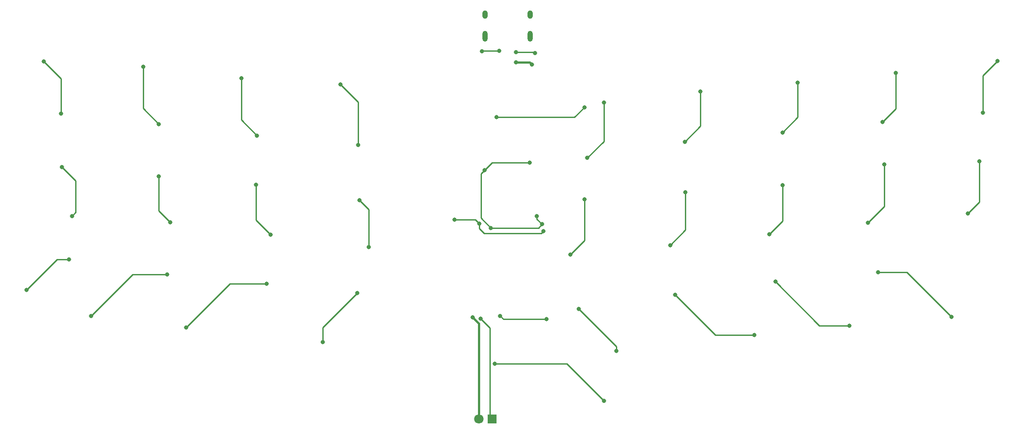
<source format=gbr>
%TF.GenerationSoftware,KiCad,Pcbnew,9.0.2*%
%TF.CreationDate,2025-09-05T14:25:20+08:00*%
%TF.ProjectId,LittleWing,4c697474-6c65-4576-996e-672e6b696361,rev?*%
%TF.SameCoordinates,Original*%
%TF.FileFunction,Copper,L1,Top*%
%TF.FilePolarity,Positive*%
%FSLAX46Y46*%
G04 Gerber Fmt 4.6, Leading zero omitted, Abs format (unit mm)*
G04 Created by KiCad (PCBNEW 9.0.2) date 2025-09-05 14:25:20*
%MOMM*%
%LPD*%
G01*
G04 APERTURE LIST*
%TA.AperFunction,ComponentPad*%
%ADD10R,1.800000X1.800000*%
%TD*%
%TA.AperFunction,ComponentPad*%
%ADD11C,1.800000*%
%TD*%
%TA.AperFunction,ComponentPad*%
%ADD12O,1.000000X1.600000*%
%TD*%
%TA.AperFunction,ComponentPad*%
%ADD13O,1.000000X2.100000*%
%TD*%
%TA.AperFunction,ViaPad*%
%ADD14C,0.800000*%
%TD*%
%TA.AperFunction,Conductor*%
%ADD15C,0.381000*%
%TD*%
%TA.AperFunction,Conductor*%
%ADD16C,0.254000*%
%TD*%
G04 APERTURE END LIST*
D10*
X164706784Y-164693422D03*
D11*
X162166784Y-164693422D03*
D12*
X163346784Y-87208422D03*
D13*
X163346784Y-91388422D03*
D12*
X171986784Y-87208422D03*
D13*
X171986784Y-91388422D03*
D14*
X160966784Y-145193422D03*
X169266784Y-96393422D03*
X172266784Y-96793422D03*
X162466784Y-145441422D03*
X174266784Y-127393422D03*
X171860534Y-115587172D03*
X164466784Y-128093422D03*
X173266784Y-125793422D03*
X163266784Y-116993422D03*
X165566784Y-106893422D03*
X182366784Y-104993422D03*
X174466784Y-128693422D03*
X162266784Y-127293422D03*
X157466784Y-126493422D03*
X166241784Y-144968422D03*
X175066784Y-145593422D03*
X165162893Y-154089531D03*
X186066784Y-161193422D03*
X82266784Y-116393422D03*
X84266784Y-125793422D03*
X78866784Y-96193422D03*
X82166784Y-106193422D03*
X83616784Y-134143422D03*
X75516784Y-139993422D03*
X103066784Y-126993422D03*
X97866784Y-97193422D03*
X100866784Y-118193422D03*
X87866784Y-144993422D03*
X102466784Y-136993422D03*
X100866784Y-108193422D03*
X119666784Y-110393422D03*
X116666784Y-99393422D03*
X119466784Y-119793422D03*
X121466784Y-138793422D03*
X106066784Y-147193422D03*
X122266784Y-129393422D03*
X132266784Y-149993422D03*
X141066784Y-131793422D03*
X135666784Y-100593422D03*
X138866784Y-140593422D03*
X139266784Y-122793422D03*
X139066784Y-112193422D03*
X188466784Y-151693422D03*
X182883638Y-114693422D03*
X181266784Y-143593422D03*
X179666784Y-133193422D03*
X186066784Y-104093422D03*
X182366784Y-122593422D03*
X198766784Y-131393422D03*
X204566784Y-101993422D03*
X214866784Y-148593422D03*
X201666784Y-121293422D03*
X201566784Y-111593422D03*
X199766784Y-140893422D03*
X218966784Y-138393422D03*
X217766784Y-129293422D03*
X233066784Y-146793422D03*
X220266784Y-119893422D03*
X223166784Y-100293422D03*
X220266784Y-109793422D03*
X239466784Y-107793422D03*
X238566784Y-136543422D03*
X239766784Y-115893422D03*
X241966784Y-98393422D03*
X252666784Y-145143422D03*
X236666784Y-127093422D03*
X257966784Y-115293422D03*
X258666784Y-105993422D03*
X255766784Y-125293422D03*
X261466784Y-96093422D03*
X169266784Y-94393422D03*
X172866784Y-94593422D03*
X162766784Y-94293422D03*
X166066784Y-94193422D03*
D15*
X161066784Y-145293422D02*
X160966784Y-145193422D01*
X169266784Y-96393422D02*
X171866784Y-96393422D01*
X162166784Y-146393422D02*
X161066784Y-145293422D01*
X171866784Y-96393422D02*
X172266784Y-96793422D01*
X162166784Y-164693422D02*
X162166784Y-146393422D01*
D16*
X164266784Y-147241422D02*
X162466784Y-145441422D01*
X164706784Y-164693422D02*
X164266784Y-164253422D01*
X164266784Y-164253422D02*
X164266784Y-147241422D01*
X171860534Y-115587172D02*
X164673034Y-115587172D01*
X173566784Y-128093422D02*
X174266784Y-127393422D01*
X164466784Y-128093422D02*
X162566784Y-126193422D01*
X162566784Y-117693422D02*
X163266784Y-116993422D01*
X173266784Y-125793422D02*
X173266784Y-126393422D01*
X164466784Y-128093422D02*
X173566784Y-128093422D01*
X164673034Y-115587172D02*
X163266784Y-116993422D01*
X162566784Y-126193422D02*
X162566784Y-117693422D01*
X173266784Y-126393422D02*
X174266784Y-127393422D01*
X165566784Y-106893422D02*
X180466784Y-106893422D01*
X180466784Y-106893422D02*
X182366784Y-104993422D01*
X162266784Y-128193422D02*
X162266784Y-127293422D01*
X157466784Y-126493422D02*
X161466784Y-126493422D01*
X174066784Y-129093422D02*
X163166784Y-129093422D01*
X163166784Y-129093422D02*
X162266784Y-128193422D01*
X161466784Y-126493422D02*
X162266784Y-127293422D01*
X174466784Y-128693422D02*
X174066784Y-129093422D01*
X166241784Y-144968422D02*
X166866784Y-145593422D01*
X166866784Y-145593422D02*
X175066784Y-145593422D01*
X165162893Y-154089531D02*
X178962893Y-154089531D01*
X178962893Y-154089531D02*
X186066784Y-161193422D01*
X84966784Y-125093422D02*
X84266784Y-125793422D01*
X81366784Y-134143422D02*
X83616784Y-134143422D01*
X82266784Y-116393422D02*
X84966784Y-119093422D01*
X84966784Y-119093422D02*
X84966784Y-125093422D01*
X75516784Y-139993422D02*
X81366784Y-134143422D01*
X82166784Y-99493422D02*
X82166784Y-106193422D01*
X78866784Y-96193422D02*
X82166784Y-99493422D01*
X102466784Y-136993422D02*
X95866784Y-136993422D01*
X95866784Y-136993422D02*
X87866784Y-144993422D01*
X97866784Y-105193422D02*
X100866784Y-108193422D01*
X100866784Y-118193422D02*
X100866784Y-124793422D01*
X100866784Y-124793422D02*
X103066784Y-126993422D01*
X97866784Y-97193422D02*
X97866784Y-105193422D01*
X116666784Y-99393422D02*
X116666784Y-107393422D01*
X119466784Y-126593422D02*
X122266784Y-129393422D01*
X116666784Y-107393422D02*
X119666784Y-110393422D01*
X121466784Y-138793422D02*
X114466784Y-138793422D01*
X114466784Y-138793422D02*
X106066784Y-147193422D01*
X119466784Y-119793422D02*
X119466784Y-126593422D01*
X132266784Y-147193422D02*
X132266784Y-149993422D01*
X135666784Y-100593422D02*
X139066784Y-103993422D01*
X141066784Y-124593422D02*
X141066784Y-131793422D01*
X138866784Y-140593422D02*
X132266784Y-147193422D01*
X139266784Y-122793422D02*
X141066784Y-124593422D01*
X139066784Y-103993422D02*
X139066784Y-112193422D01*
X186066784Y-104093422D02*
X186066784Y-111510276D01*
X188466784Y-150793422D02*
X188466784Y-151693422D01*
X186066784Y-111510276D02*
X182883638Y-114693422D01*
X181266784Y-143593422D02*
X188466784Y-150793422D01*
X182366784Y-130493422D02*
X179666784Y-133193422D01*
X182366784Y-122593422D02*
X182366784Y-130493422D01*
X201666784Y-121293422D02*
X201666784Y-128493422D01*
X199766784Y-140893422D02*
X207466784Y-148593422D01*
X204566784Y-101993422D02*
X204566784Y-108593422D01*
X207466784Y-148593422D02*
X214866784Y-148593422D01*
X201666784Y-128493422D02*
X198766784Y-131393422D01*
X204566784Y-108593422D02*
X201566784Y-111593422D01*
X223166784Y-100293422D02*
X223166784Y-106893422D01*
X220266784Y-126793422D02*
X217766784Y-129293422D01*
X220266784Y-119893422D02*
X220266784Y-126793422D01*
X223166784Y-106893422D02*
X220266784Y-109793422D01*
X227366784Y-146793422D02*
X233066784Y-146793422D01*
X218966784Y-138393422D02*
X227366784Y-146793422D01*
X239766784Y-115893422D02*
X239766784Y-123993422D01*
X239766784Y-123993422D02*
X236666784Y-127093422D01*
X244066784Y-136543422D02*
X252666784Y-145143422D01*
X241966784Y-98393422D02*
X241966784Y-105293422D01*
X241966784Y-105293422D02*
X239466784Y-107793422D01*
X238566784Y-136543422D02*
X244066784Y-136543422D01*
X257966784Y-115293422D02*
X257966784Y-123093422D01*
X261466784Y-96093422D02*
X258666784Y-98893422D01*
X258666784Y-98893422D02*
X258666784Y-105993422D01*
X257966784Y-123093422D02*
X255766784Y-125293422D01*
X172666784Y-94393422D02*
X172866784Y-94593422D01*
X169266784Y-94393422D02*
X172666784Y-94393422D01*
X162866784Y-94193422D02*
X162766784Y-94293422D01*
X166066784Y-94193422D02*
X162866784Y-94193422D01*
M02*

</source>
